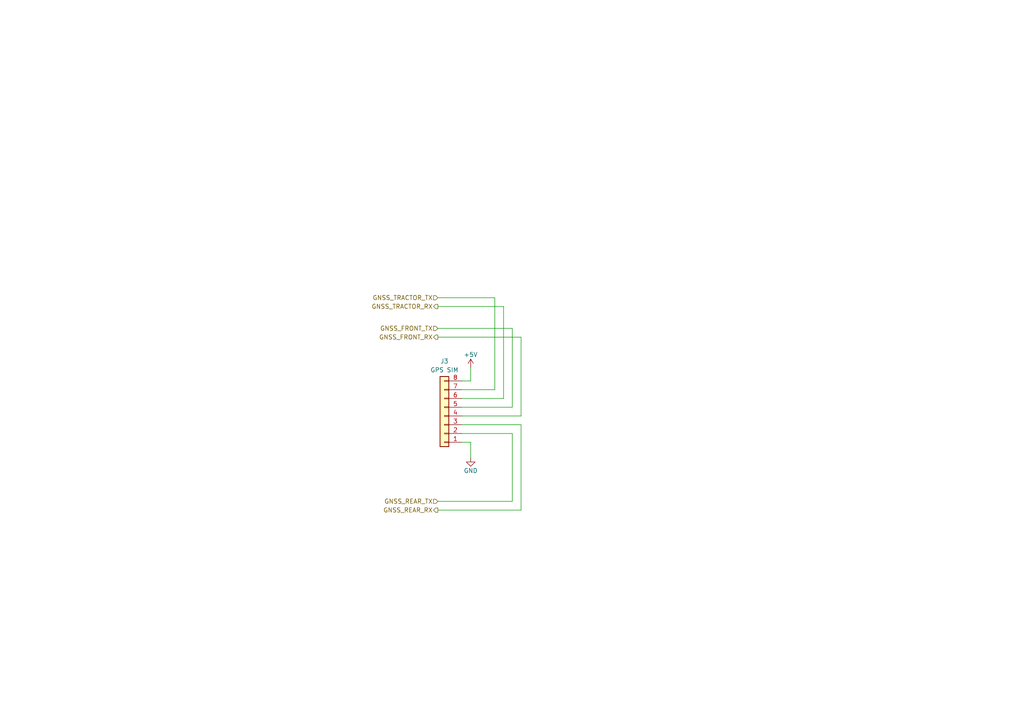
<source format=kicad_sch>
(kicad_sch (version 20230121) (generator eeschema)
  (paper "A4")
  (title_block (title "GPS and IMU Simulator") (date "2025-03-04") (rev "V1.0") (company "(C) andy@britishideas.com 2025") (comment 1 "For personal use only, no commercial use") (comment 2 "Provided as-is, no warranty express or implied. Use at your own risk"))
  (lib_symbols
    (symbol "Connector_Generic:Conn_01x08" (pin_names (offset 1.016) hide)
      (property "Reference" "J" (at 0 10.16 0))
      (property "Value" "Conn_01x08" (at 0 -12.7 0))
      (symbol "Conn_01x08_1_1"
        (rectangle (start -1.27 -10.033) (end 0 -10.287) (stroke (width 0.1524)))
        (rectangle (start -1.27 -7.493) (end 0 -7.747) (stroke (width 0.1524)))
        (rectangle (start -1.27 -4.953) (end 0 -5.207) (stroke (width 0.1524)))
        (rectangle (start -1.27 -2.413) (end 0 -2.667) (stroke (width 0.1524)))
        (rectangle (start -1.27 0.127) (end 0 -0.127) (stroke (width 0.1524)))
        (rectangle (start -1.27 2.667) (end 0 2.413) (stroke (width 0.1524)))
        (rectangle (start -1.27 5.207) (end 0 4.953) (stroke (width 0.1524)))
        (rectangle (start -1.27 7.747) (end 0 7.493) (stroke (width 0.1524)))
        (rectangle (start -1.27 8.89) (end 1.27 -11.43) (stroke (width 0.254)) (fill (type background)))
        (pin passive line (at -5.08 7.62 0) (length 3.81) (name "Pin_1") (number "1"))
        (pin passive line (at -5.08 5.08 0) (length 3.81) (name "Pin_2") (number "2"))
        (pin passive line (at -5.08 2.54 0) (length 3.81) (name "Pin_3") (number "3"))
        (pin passive line (at -5.08 0 0) (length 3.81) (name "Pin_4") (number "4"))
        (pin passive line (at -5.08 -2.54 0) (length 3.81) (name "Pin_5") (number "5"))
        (pin passive line (at -5.08 -5.08 0) (length 3.81) (name "Pin_6") (number "6"))
        (pin passive line (at -5.08 -7.62 0) (length 3.81) (name "Pin_7") (number "7"))
        (pin passive line (at -5.08 -10.16 0) (length 3.81) (name "Pin_8") (number "8"))
      )
    )
    (symbol "power:+5V" (power) (pin_names (offset 0))
      (property "Value" "+5V" (at 0 3.556 0))
      (symbol "+5V_0_1"
        (polyline (pts (xy -0.762 1.27) (xy 0 2.54)))
        (polyline (pts (xy 0 0) (xy 0 2.54)))
        (polyline (pts (xy 0 2.54) (xy 0.762 1.27)))
      )
      (symbol "+5V_1_1"
        (pin power_in line (at 0 0 90) (length 0) hide (name "+5V") (number "1"))
      )
    )
    (symbol "power:GND" (power) (pin_names (offset 0))
      (property "Value" "GND" (at 0 -3.81 0))
      (symbol "GND_0_1"
        (polyline (pts (xy 0 0) (xy 0 -1.27) (xy 1.27 -1.27) (xy 0 -2.54) (xy -1.27 -1.27) (xy 0 -1.27)))
      )
      (symbol "GND_1_1"
        (pin power_in line (at 0 0 270) (length 0) hide (name "GND") (number "1"))
      )
    )
  )
  (wire (pts (xy 127 88.9) (xy 146.05 88.9)))
  (wire (pts (xy 151.13 123.19) (xy 133.985 123.19)))
  (wire (pts (xy 143.51 113.03) (xy 143.51 86.36)))
  (wire (pts (xy 148.59 125.73) (xy 133.985 125.73)))
  (wire (pts (xy 127 97.79) (xy 151.13 97.79)))
  (wire (pts (xy 148.59 145.415) (xy 127 145.415)))
  (wire (pts (xy 127 86.36) (xy 143.51 86.36)))
  (wire (pts (xy 127 95.25) (xy 148.59 95.25)))
  (wire (pts (xy 148.59 125.73) (xy 148.59 145.415)))
  (wire (pts (xy 127 147.955) (xy 151.13 147.955)))
  (wire (pts (xy 136.525 132.715) (xy 136.525 128.27)))
  (wire (pts (xy 146.05 115.57) (xy 146.05 88.9)))
  (wire (pts (xy 151.13 97.79) (xy 151.13 120.65)))
  (wire (pts (xy 148.59 118.11) (xy 133.985 118.11)))
  (wire (pts (xy 133.985 113.03) (xy 143.51 113.03)))
  (wire (pts (xy 133.985 115.57) (xy 146.05 115.57)))
  (wire (pts (xy 151.13 120.65) (xy 133.985 120.65)))
  (wire (pts (xy 136.525 110.49) (xy 133.985 110.49)))
  (wire (pts (xy 136.525 106.68) (xy 136.525 110.49)))
  (wire (pts (xy 136.525 128.27) (xy 133.985 128.27)))
  (wire (pts (xy 151.13 123.19) (xy 151.13 147.955)))
  (wire (pts (xy 148.59 95.25) (xy 148.59 118.11)))
  (hierarchical_label "GNSS_REAR_RX" (shape output) (at 127 147.955 180))
  (hierarchical_label "GNSS_TRACTOR_RX" (shape output) (at 127 88.9 180))
  (hierarchical_label "GNSS_FRONT_TX" (shape input) (at 127 95.25 180))
  (hierarchical_label "GNSS_FRONT_RX" (shape output) (at 127 97.79 180))
  (hierarchical_label "GNSS_TRACTOR_TX" (shape input) (at 127 86.36 180))
  (hierarchical_label "GNSS_REAR_TX" (shape input) (at 127 145.415 180))
  (symbol (lib_id "power:+5V") (at 136.525 106.68 0) (unit 1)
    (property "Reference" "#PWR011" (effects hide))
    (property "Value" "+5V" (at 136.525 102.87 0))
  )
  (symbol (lib_id "Connector_Generic:Conn_01x08") (at 128.905 120.65 180) (unit 1)
    (property "Reference" "J3" (at 128.905 104.775 0))
    (property "Value" "GPS SIM" (at 128.905 107.315 0))
    (property "Footprint" "Connector_JST:JST_PH_B8B-PH-K_1x08_P2.00mm_Vertical" (effects hide))
    (property "manf#" "B8B-PH-K-S" (effects hide))
    (property "LCSC" "C157974" (effects hide))
  )
  (symbol (lib_id "power:GND") (at 136.525 132.715 0) (unit 1)
    (property "Reference" "#PWR014" (effects hide))
    (property "Value" "GND" (at 136.525 136.525 0))
  )
)
</source>
